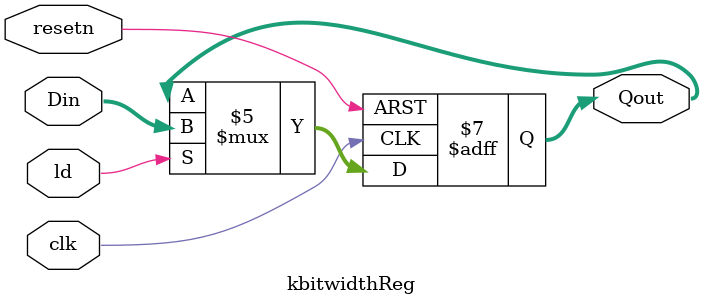
<source format=v>


//	use parameter value to specify width of reg.


module kbitwidthReg #(parameter WIDTH = 16)
	(
	input [WIDTH - 1 : 0] Din,
	input clk,resetn,ld,
	output reg [WIDTH - 1 : 0] Qout
); 

	initial
		Qout <= {WIDTH{1'b0}};

	always @(posedge clk or negedge resetn)
	begin
		if(!resetn)
			Qout <= {WIDTH{1'b0}};
		else
		begin
			if(ld)
				Qout <= Din;
			else
				Qout <= Qout;
		end
	end	
endmodule

</source>
